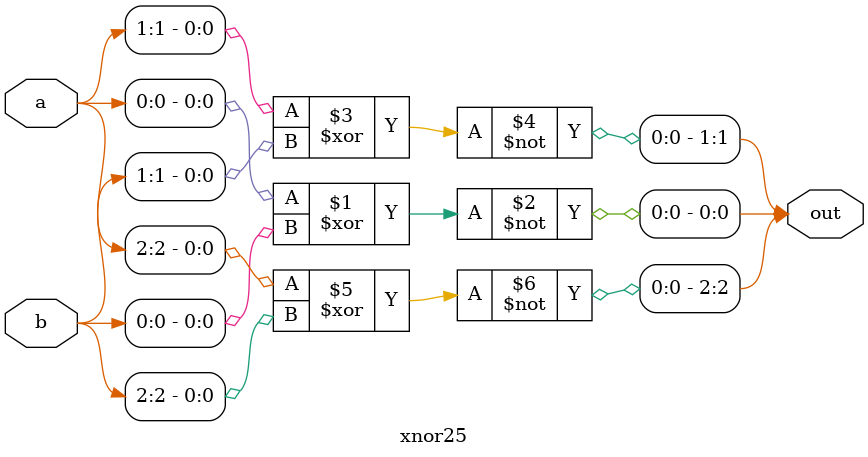
<source format=v>
module xnor25 (
    input wire [2:0] a,
    input wire [2:0] b,
    output wire [2:0] out
);

assign out = ( { ~(a[2] ^ b[2]), ~(a[1] ^ b[1]), ~(a[0] ^ b[0])} );

endmodule

</source>
